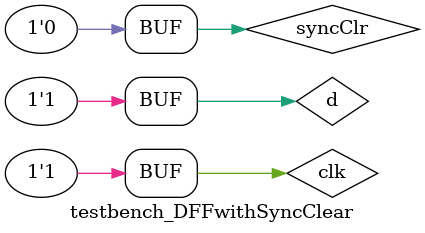
<source format=v>
`timescale 1ns / 1ps


module DFFwithSyncClear(
    input clk,
    input d,
    input syncClr,
    output q,
    output qn
    );
    
    reg q;
    
    always @(posedge clk)
    begin
        if(~syncClr)
            begin
                q <= 0;
            end
        else
            begin
                q <= d;
            end
        
    end
        
    assign qn = ~q;
    
endmodule

module testbench_DFFwithSyncClear;
    reg clk, d, syncClr;
    wire q, qn;
    
    DFFwithSyncClear dut(clk, d, syncClr, q, qn);
    initial begin
    d = 0;
    clk = 1;
    syncClr = 1;
    #8
    d = 1;
    clk = 1;
    syncClr = 1;
    #2
    d = 1;
    clk = 0;
    syncClr = 1;
    #10
    d = 1;
    clk = 1;
    syncClr = 1;
    #2
    d = 0;
    clk = 1;
    syncClr = 1;
    #8
    d = 0;
    clk = 0;
    syncClr = 1;
    #2
    d = 1;
    clk = 0;
    syncClr = 1;
    #8
    d = 1;
    clk = 1;
    syncClr = 0;
    #5
    d = 1;
    clk = 1;
    syncClr = 0;
    #5
    d = 1;
    clk = 0;
    syncClr = 0;
    #10
    d = 1;
    clk = 1;
    syncClr = 0;
    #5
    d = 0;
    clk = 1;
    syncClr = 0;
    #5
    d = 0;
    clk = 0;
    syncClr = 0;
    #10
    d = 0;
    clk = 1;
    syncClr = 0;
    #5
    d = 1;
    clk = 1;
    syncClr = 0;
    #5
    d = 1;
    clk = 0;
    syncClr = 0;
    #10
    d = 1;
    clk = 1;
    syncClr = 0;
    end
endmodule
</source>
